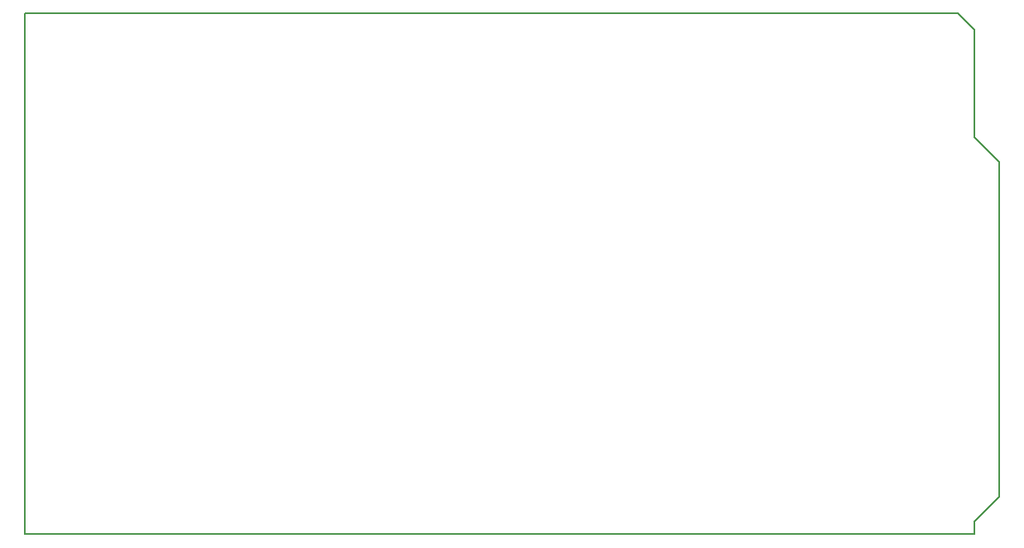
<source format=gm1>
G04 #@! TF.FileFunction,Profile,NP*
%FSLAX46Y46*%
G04 Gerber Fmt 4.6, Leading zero omitted, Abs format (unit mm)*
G04 Created by KiCad (PCBNEW 4.0.7) date 08/20/19 17:13:51*
%MOMM*%
%LPD*%
G01*
G04 APERTURE LIST*
%ADD10C,0.100000*%
%ADD11C,0.150000*%
G04 APERTURE END LIST*
D10*
D11*
X150495000Y-103505000D02*
X150495000Y-99695000D01*
X153035000Y-103505000D02*
X150495000Y-103505000D01*
X150495000Y-53975000D02*
X150495000Y-50165000D01*
X245999000Y-50165000D02*
X150495000Y-50165000D01*
X150495000Y-54610000D02*
X150495000Y-53975000D01*
X150495000Y-99695000D02*
X150495000Y-54610000D01*
X153035000Y-103505000D02*
X247650000Y-103505000D01*
X250190000Y-99695000D02*
X250190000Y-65405000D01*
X247650000Y-102235000D02*
X250190000Y-99695000D01*
X247650000Y-103505000D02*
X247650000Y-102235000D01*
X247650000Y-51816000D02*
X245999000Y-50165000D01*
X247650000Y-62865000D02*
X247650000Y-51816000D01*
X250190000Y-65405000D02*
X247650000Y-62865000D01*
M02*

</source>
